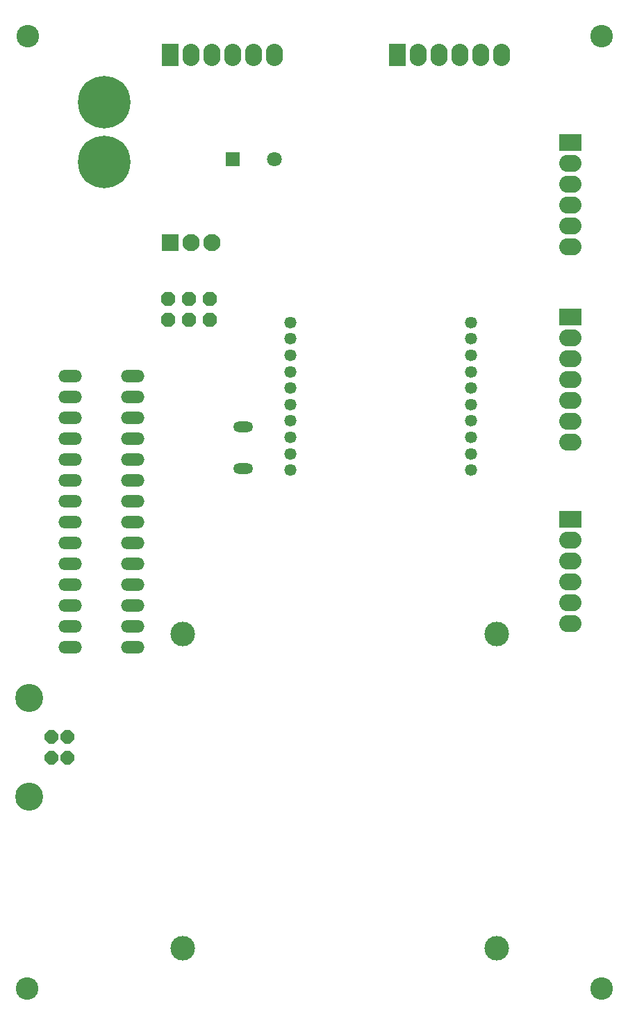
<source format=gbr>
G04 DipTrace 4.0.0.3*
G04 BottomMask.gbr*
%MOIN*%
G04 #@! TF.FileFunction,Soldermask,Bot*
G04 #@! TF.Part,Single*
%AMOUTLINE1*
4,1,8,
0.033937,0.014057,
0.014057,0.033937,
-0.014057,0.033937,
-0.033937,0.014057,
-0.033937,-0.014057,
-0.014057,-0.033937,
0.014057,-0.033937,
0.033937,-0.014057,
0.033937,0.014057,
0*%
%AMOUTLINE4*
4,1,8,
0.013519,-0.032638,
0.032638,-0.013519,
0.032638,0.013519,
0.013519,0.032638,
-0.013519,0.032638,
-0.032638,0.013519,
-0.032638,-0.013519,
-0.013519,-0.032638,
0.013519,-0.032638,
0*%
%ADD44C,0.108268*%
%ADD45C,0.11811*%
%ADD57O,0.111874X0.059874*%
%ADD59C,0.057874*%
%ADD61C,0.134488*%
%ADD63C,0.251969*%
%ADD65C,0.082677*%
%ADD67R,0.082677X0.082677*%
%ADD69C,0.070866*%
%ADD71R,0.070866X0.070866*%
%ADD75O,0.095874X0.051874*%
%ADD77O,0.106299X0.082677*%
%ADD79R,0.106299X0.082677*%
%ADD84O,0.082677X0.106299*%
%ADD86R,0.082677X0.106299*%
%ADD96OUTLINE1*%
%ADD99OUTLINE4*%
%FSLAX26Y26*%
G04*
G70*
G90*
G75*
G01*
G04 BotMask*
%LPD*%
D86*
X2305560Y5006841D3*
D84*
X2405560D3*
X2505560D3*
X2605560D3*
X2705560D3*
X2805560D3*
D44*
X534517Y5099066D3*
X3286761D3*
Y532136D3*
X530856D3*
D96*
X1205562Y3738091D3*
Y3838091D3*
X1305562Y3738091D3*
Y3838091D3*
X1405562Y3738091D3*
Y3838091D3*
D79*
X3136812Y4588092D3*
D77*
Y4488092D3*
Y4388092D3*
Y4288092D3*
Y4188092D3*
Y4088092D3*
D79*
X3136811Y2781841D3*
D77*
Y2681841D3*
Y2581841D3*
Y2481841D3*
Y2381841D3*
Y2281841D3*
D75*
X1568062Y3025591D3*
Y3225591D3*
D71*
X1518060Y4506841D3*
D69*
X1714911D3*
D79*
X3136811Y3750591D3*
D77*
Y3650591D3*
Y3550591D3*
Y3450591D3*
Y3350591D3*
Y3250591D3*
Y3150591D3*
D86*
X1218060Y5006841D3*
D84*
X1318060D3*
X1418060D3*
X1518060D3*
X1618060D3*
X1718060D3*
D45*
X1276278Y2230660D3*
X2782184D3*
Y724755D3*
X1276278D3*
D67*
X1218062Y4106841D3*
D65*
X1318062D3*
X1418062D3*
D63*
X899310Y4781841D3*
Y4495621D3*
D99*
X724310Y1638092D3*
Y1736517D3*
X645570D3*
Y1638092D3*
D61*
X538877Y1923525D3*
Y1451084D3*
D59*
X1793060Y3725591D3*
Y3646850D3*
Y3568110D3*
Y3489370D3*
Y3410630D3*
Y3331890D3*
Y3253150D3*
Y3174409D3*
Y3095669D3*
Y3016929D3*
X2659202D3*
Y3095669D3*
Y3174409D3*
Y3253150D3*
Y3331890D3*
Y3410630D3*
Y3489370D3*
Y3568110D3*
Y3646850D3*
Y3725591D3*
D57*
X736811Y3469341D3*
Y3369341D3*
Y3269341D3*
Y3169341D3*
Y3069341D3*
Y2969341D3*
Y2869341D3*
Y2769341D3*
Y2669341D3*
Y2569341D3*
Y2469341D3*
Y2369341D3*
Y2269341D3*
Y2169341D3*
X1036811D3*
Y2269341D3*
Y2369341D3*
Y2469341D3*
Y2569341D3*
Y2669341D3*
Y2769341D3*
Y2869341D3*
Y2969341D3*
Y3069341D3*
Y3169341D3*
Y3269341D3*
Y3369341D3*
Y3469341D3*
M02*

</source>
